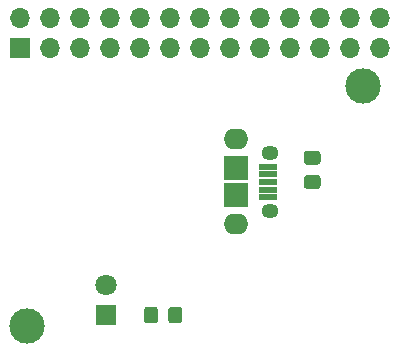
<source format=gbr>
G04 #@! TF.GenerationSoftware,KiCad,Pcbnew,(5.1.5)-3*
G04 #@! TF.CreationDate,2020-02-07T11:24:52-05:00*
G04 #@! TF.ProjectId,RPI-PWR,5250492d-5057-4522-9e6b-696361645f70,3*
G04 #@! TF.SameCoordinates,Original*
G04 #@! TF.FileFunction,Soldermask,Bot*
G04 #@! TF.FilePolarity,Negative*
%FSLAX46Y46*%
G04 Gerber Fmt 4.6, Leading zero omitted, Abs format (unit mm)*
G04 Created by KiCad (PCBNEW (5.1.5)-3) date 2020-02-07 11:24:52*
%MOMM*%
%LPD*%
G04 APERTURE LIST*
%ADD10C,3.000000*%
%ADD11R,1.800000X1.800000*%
%ADD12C,1.800000*%
%ADD13O,2.100000X1.724000*%
%ADD14R,2.100000X2.000000*%
%ADD15R,1.550000X0.600000*%
%ADD16O,1.450000X1.250000*%
%ADD17R,1.700000X1.700000*%
%ADD18O,1.700000X1.700000*%
%ADD19C,0.150000*%
G04 APERTURE END LIST*
D10*
X30988000Y-7620000D03*
X2540000Y-27940000D03*
D11*
X9169400Y-27025600D03*
D12*
X9169400Y-24485600D03*
D13*
X20218400Y-19348000D03*
D14*
X20218400Y-16898000D03*
X20218400Y-14598000D03*
D13*
X20218400Y-12148000D03*
D15*
X22893400Y-17048000D03*
X22893400Y-16398000D03*
X22893400Y-15748000D03*
X22893400Y-15098000D03*
X22893400Y-14448000D03*
D16*
X23118400Y-18173000D03*
X23118400Y-13323000D03*
D17*
X1955800Y-4419600D03*
D18*
X1955800Y-1879600D03*
X4495800Y-4419600D03*
X4495800Y-1879600D03*
X7035800Y-4419600D03*
X7035800Y-1879600D03*
X9575800Y-4419600D03*
X9575800Y-1879600D03*
X12115800Y-4419600D03*
X12115800Y-1879600D03*
X14655800Y-4419600D03*
X14655800Y-1879600D03*
X17195800Y-4419600D03*
X17195800Y-1879600D03*
X19735800Y-4419600D03*
X19735800Y-1879600D03*
X22275800Y-4419600D03*
X22275800Y-1879600D03*
X24815800Y-4419600D03*
X24815800Y-1879600D03*
X27355800Y-4419600D03*
X27355800Y-1879600D03*
X29895800Y-4419600D03*
X29895800Y-1879600D03*
X32435800Y-4419600D03*
X32435800Y-1879600D03*
D19*
G36*
X15420705Y-26326804D02*
G01*
X15444973Y-26330404D01*
X15468772Y-26336365D01*
X15491871Y-26344630D01*
X15514050Y-26355120D01*
X15535093Y-26367732D01*
X15554799Y-26382347D01*
X15572977Y-26398823D01*
X15589453Y-26417001D01*
X15604068Y-26436707D01*
X15616680Y-26457750D01*
X15627170Y-26479929D01*
X15635435Y-26503028D01*
X15641396Y-26526827D01*
X15644996Y-26551095D01*
X15646200Y-26575599D01*
X15646200Y-27475601D01*
X15644996Y-27500105D01*
X15641396Y-27524373D01*
X15635435Y-27548172D01*
X15627170Y-27571271D01*
X15616680Y-27593450D01*
X15604068Y-27614493D01*
X15589453Y-27634199D01*
X15572977Y-27652377D01*
X15554799Y-27668853D01*
X15535093Y-27683468D01*
X15514050Y-27696080D01*
X15491871Y-27706570D01*
X15468772Y-27714835D01*
X15444973Y-27720796D01*
X15420705Y-27724396D01*
X15396201Y-27725600D01*
X14746199Y-27725600D01*
X14721695Y-27724396D01*
X14697427Y-27720796D01*
X14673628Y-27714835D01*
X14650529Y-27706570D01*
X14628350Y-27696080D01*
X14607307Y-27683468D01*
X14587601Y-27668853D01*
X14569423Y-27652377D01*
X14552947Y-27634199D01*
X14538332Y-27614493D01*
X14525720Y-27593450D01*
X14515230Y-27571271D01*
X14506965Y-27548172D01*
X14501004Y-27524373D01*
X14497404Y-27500105D01*
X14496200Y-27475601D01*
X14496200Y-26575599D01*
X14497404Y-26551095D01*
X14501004Y-26526827D01*
X14506965Y-26503028D01*
X14515230Y-26479929D01*
X14525720Y-26457750D01*
X14538332Y-26436707D01*
X14552947Y-26417001D01*
X14569423Y-26398823D01*
X14587601Y-26382347D01*
X14607307Y-26367732D01*
X14628350Y-26355120D01*
X14650529Y-26344630D01*
X14673628Y-26336365D01*
X14697427Y-26330404D01*
X14721695Y-26326804D01*
X14746199Y-26325600D01*
X15396201Y-26325600D01*
X15420705Y-26326804D01*
G37*
G36*
X13370705Y-26326804D02*
G01*
X13394973Y-26330404D01*
X13418772Y-26336365D01*
X13441871Y-26344630D01*
X13464050Y-26355120D01*
X13485093Y-26367732D01*
X13504799Y-26382347D01*
X13522977Y-26398823D01*
X13539453Y-26417001D01*
X13554068Y-26436707D01*
X13566680Y-26457750D01*
X13577170Y-26479929D01*
X13585435Y-26503028D01*
X13591396Y-26526827D01*
X13594996Y-26551095D01*
X13596200Y-26575599D01*
X13596200Y-27475601D01*
X13594996Y-27500105D01*
X13591396Y-27524373D01*
X13585435Y-27548172D01*
X13577170Y-27571271D01*
X13566680Y-27593450D01*
X13554068Y-27614493D01*
X13539453Y-27634199D01*
X13522977Y-27652377D01*
X13504799Y-27668853D01*
X13485093Y-27683468D01*
X13464050Y-27696080D01*
X13441871Y-27706570D01*
X13418772Y-27714835D01*
X13394973Y-27720796D01*
X13370705Y-27724396D01*
X13346201Y-27725600D01*
X12696199Y-27725600D01*
X12671695Y-27724396D01*
X12647427Y-27720796D01*
X12623628Y-27714835D01*
X12600529Y-27706570D01*
X12578350Y-27696080D01*
X12557307Y-27683468D01*
X12537601Y-27668853D01*
X12519423Y-27652377D01*
X12502947Y-27634199D01*
X12488332Y-27614493D01*
X12475720Y-27593450D01*
X12465230Y-27571271D01*
X12456965Y-27548172D01*
X12451004Y-27524373D01*
X12447404Y-27500105D01*
X12446200Y-27475601D01*
X12446200Y-26575599D01*
X12447404Y-26551095D01*
X12451004Y-26526827D01*
X12456965Y-26503028D01*
X12465230Y-26479929D01*
X12475720Y-26457750D01*
X12488332Y-26436707D01*
X12502947Y-26417001D01*
X12519423Y-26398823D01*
X12537601Y-26382347D01*
X12557307Y-26367732D01*
X12578350Y-26355120D01*
X12600529Y-26344630D01*
X12623628Y-26336365D01*
X12647427Y-26330404D01*
X12671695Y-26326804D01*
X12696199Y-26325600D01*
X13346201Y-26325600D01*
X13370705Y-26326804D01*
G37*
G36*
X27144505Y-13133204D02*
G01*
X27168773Y-13136804D01*
X27192572Y-13142765D01*
X27215671Y-13151030D01*
X27237850Y-13161520D01*
X27258893Y-13174132D01*
X27278599Y-13188747D01*
X27296777Y-13205223D01*
X27313253Y-13223401D01*
X27327868Y-13243107D01*
X27340480Y-13264150D01*
X27350970Y-13286329D01*
X27359235Y-13309428D01*
X27365196Y-13333227D01*
X27368796Y-13357495D01*
X27370000Y-13381999D01*
X27370000Y-14032001D01*
X27368796Y-14056505D01*
X27365196Y-14080773D01*
X27359235Y-14104572D01*
X27350970Y-14127671D01*
X27340480Y-14149850D01*
X27327868Y-14170893D01*
X27313253Y-14190599D01*
X27296777Y-14208777D01*
X27278599Y-14225253D01*
X27258893Y-14239868D01*
X27237850Y-14252480D01*
X27215671Y-14262970D01*
X27192572Y-14271235D01*
X27168773Y-14277196D01*
X27144505Y-14280796D01*
X27120001Y-14282000D01*
X26219999Y-14282000D01*
X26195495Y-14280796D01*
X26171227Y-14277196D01*
X26147428Y-14271235D01*
X26124329Y-14262970D01*
X26102150Y-14252480D01*
X26081107Y-14239868D01*
X26061401Y-14225253D01*
X26043223Y-14208777D01*
X26026747Y-14190599D01*
X26012132Y-14170893D01*
X25999520Y-14149850D01*
X25989030Y-14127671D01*
X25980765Y-14104572D01*
X25974804Y-14080773D01*
X25971204Y-14056505D01*
X25970000Y-14032001D01*
X25970000Y-13381999D01*
X25971204Y-13357495D01*
X25974804Y-13333227D01*
X25980765Y-13309428D01*
X25989030Y-13286329D01*
X25999520Y-13264150D01*
X26012132Y-13243107D01*
X26026747Y-13223401D01*
X26043223Y-13205223D01*
X26061401Y-13188747D01*
X26081107Y-13174132D01*
X26102150Y-13161520D01*
X26124329Y-13151030D01*
X26147428Y-13142765D01*
X26171227Y-13136804D01*
X26195495Y-13133204D01*
X26219999Y-13132000D01*
X27120001Y-13132000D01*
X27144505Y-13133204D01*
G37*
G36*
X27144505Y-15183204D02*
G01*
X27168773Y-15186804D01*
X27192572Y-15192765D01*
X27215671Y-15201030D01*
X27237850Y-15211520D01*
X27258893Y-15224132D01*
X27278599Y-15238747D01*
X27296777Y-15255223D01*
X27313253Y-15273401D01*
X27327868Y-15293107D01*
X27340480Y-15314150D01*
X27350970Y-15336329D01*
X27359235Y-15359428D01*
X27365196Y-15383227D01*
X27368796Y-15407495D01*
X27370000Y-15431999D01*
X27370000Y-16082001D01*
X27368796Y-16106505D01*
X27365196Y-16130773D01*
X27359235Y-16154572D01*
X27350970Y-16177671D01*
X27340480Y-16199850D01*
X27327868Y-16220893D01*
X27313253Y-16240599D01*
X27296777Y-16258777D01*
X27278599Y-16275253D01*
X27258893Y-16289868D01*
X27237850Y-16302480D01*
X27215671Y-16312970D01*
X27192572Y-16321235D01*
X27168773Y-16327196D01*
X27144505Y-16330796D01*
X27120001Y-16332000D01*
X26219999Y-16332000D01*
X26195495Y-16330796D01*
X26171227Y-16327196D01*
X26147428Y-16321235D01*
X26124329Y-16312970D01*
X26102150Y-16302480D01*
X26081107Y-16289868D01*
X26061401Y-16275253D01*
X26043223Y-16258777D01*
X26026747Y-16240599D01*
X26012132Y-16220893D01*
X25999520Y-16199850D01*
X25989030Y-16177671D01*
X25980765Y-16154572D01*
X25974804Y-16130773D01*
X25971204Y-16106505D01*
X25970000Y-16082001D01*
X25970000Y-15431999D01*
X25971204Y-15407495D01*
X25974804Y-15383227D01*
X25980765Y-15359428D01*
X25989030Y-15336329D01*
X25999520Y-15314150D01*
X26012132Y-15293107D01*
X26026747Y-15273401D01*
X26043223Y-15255223D01*
X26061401Y-15238747D01*
X26081107Y-15224132D01*
X26102150Y-15211520D01*
X26124329Y-15201030D01*
X26147428Y-15192765D01*
X26171227Y-15186804D01*
X26195495Y-15183204D01*
X26219999Y-15182000D01*
X27120001Y-15182000D01*
X27144505Y-15183204D01*
G37*
M02*

</source>
